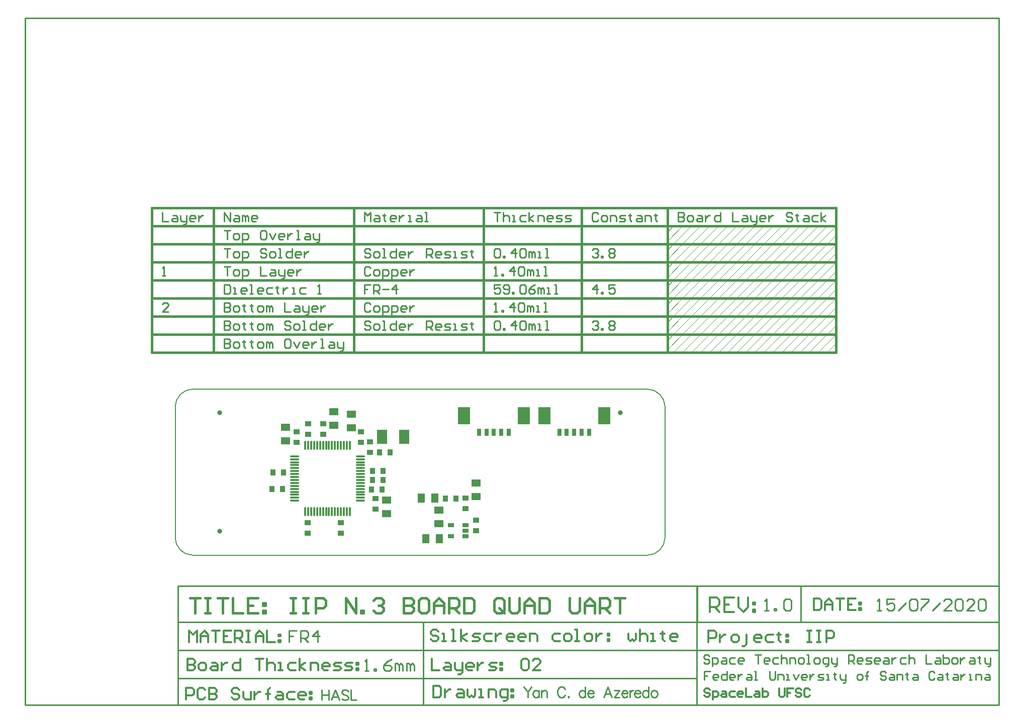
<source format=gbp>
G04*
G04 #@! TF.GenerationSoftware,Altium Limited,Altium Designer,20.2.6 (244)*
G04*
G04 Layer_Color=128*
%FSLAX25Y25*%
%MOIN*%
G70*
G04*
G04 #@! TF.SameCoordinates,3A923CF8-0E80-4BF5-A473-74316D4CB4A5*
G04*
G04*
G04 #@! TF.FilePolarity,Positive*
G04*
G01*
G75*
%ADD10C,0.00787*%
%ADD12C,0.01000*%
%ADD17C,0.01500*%
%ADD18C,0.00100*%
%ADD19C,0.01378*%
%ADD20C,0.01575*%
%ADD21C,0.01299*%
%ADD22C,0.03200*%
%ADD23R,0.03937X0.03543*%
%ADD24R,0.05906X0.05118*%
%ADD25R,0.03543X0.03937*%
%ADD26R,0.05118X0.05906*%
%ADD45R,0.06693X0.09449*%
%ADD46R,0.04331X0.02559*%
%ADD47R,0.08268X0.11811*%
%ADD48R,0.03150X0.05118*%
%ADD49O,0.06496X0.01181*%
%ADD50O,0.01181X0.06496*%
D10*
X11793Y110236D02*
G03*
X0Y98443I0J-11793D01*
G01*
Y11663D02*
G03*
X11663Y0I11663J0D01*
G01*
X313050D02*
G03*
X324803Y11754I0J11754D01*
G01*
Y98418D02*
G03*
X312985Y110236I-11818J0D01*
G01*
X0Y92520D02*
Y98443D01*
X11793Y110236D02*
X12696D01*
X0Y25591D02*
Y92520D01*
Y11663D02*
Y25591D01*
X11663Y0D02*
X313050D01*
X324803Y11754D02*
Y98418D01*
X12696Y110236D02*
X312985D01*
D12*
X-99500Y-99500D02*
X546169D01*
X1681D02*
Y-20319D01*
X164613Y-99205D02*
Y-44277D01*
X1976Y-81777D02*
X345579Y-81777D01*
X345863Y-99106D02*
Y-20515D01*
X1976Y-63027D02*
X545863Y-63027D01*
X2173Y-44277D02*
X545440Y-44277D01*
X1681Y-20319D02*
X545863D01*
X-99500Y356552D02*
X546169D01*
X-99500Y-99500D02*
Y356552D01*
X546169Y-99146D02*
Y356552D01*
X346071Y-43941D02*
Y-20319D01*
X414859Y-43883D02*
Y-20268D01*
X97154Y-89441D02*
Y-96252D01*
X101694Y-89441D02*
Y-96252D01*
X97154Y-92684D02*
X101694D01*
X108765Y-96252D02*
X106170Y-89441D01*
X103575Y-96252D01*
X104548Y-93982D02*
X107792D01*
X114895Y-90414D02*
X114246Y-89765D01*
X113273Y-89441D01*
X111976D01*
X111003Y-89765D01*
X110354Y-90414D01*
Y-91063D01*
X110678Y-91711D01*
X111003Y-92036D01*
X111651Y-92360D01*
X113597Y-93009D01*
X114246Y-93333D01*
X114570Y-93657D01*
X114895Y-94306D01*
Y-95279D01*
X114246Y-95928D01*
X113273Y-96252D01*
X111976D01*
X111003Y-95928D01*
X110354Y-95279D01*
X116419Y-89441D02*
Y-96252D01*
X120311D01*
X231110Y-87472D02*
X233705Y-90716D01*
Y-94283D01*
X236300Y-87472D02*
X233705Y-90716D01*
X241067Y-89743D02*
Y-94283D01*
Y-90716D02*
X240419Y-90067D01*
X239770Y-89743D01*
X238797D01*
X238148Y-90067D01*
X237500Y-90716D01*
X237175Y-91689D01*
Y-92338D01*
X237500Y-93310D01*
X238148Y-93959D01*
X238797Y-94283D01*
X239770D01*
X240419Y-93959D01*
X241067Y-93310D01*
X242884Y-89743D02*
Y-94283D01*
Y-91040D02*
X243857Y-90067D01*
X244505Y-89743D01*
X245478D01*
X246127Y-90067D01*
X246451Y-91040D01*
Y-94283D01*
X258452Y-89094D02*
X258127Y-88445D01*
X257479Y-87797D01*
X256830Y-87472D01*
X255533D01*
X254884Y-87797D01*
X254235Y-88445D01*
X253911Y-89094D01*
X253587Y-90067D01*
Y-91689D01*
X253911Y-92662D01*
X254235Y-93310D01*
X254884Y-93959D01*
X255533Y-94283D01*
X256830D01*
X257479Y-93959D01*
X258127Y-93310D01*
X258452Y-92662D01*
X260690Y-93635D02*
X260365Y-93959D01*
X260690Y-94283D01*
X261014Y-93959D01*
X260690Y-93635D01*
X271749Y-87472D02*
Y-94283D01*
Y-90716D02*
X271101Y-90067D01*
X270452Y-89743D01*
X269479D01*
X268830Y-90067D01*
X268182Y-90716D01*
X267857Y-91689D01*
Y-92338D01*
X268182Y-93310D01*
X268830Y-93959D01*
X269479Y-94283D01*
X270452D01*
X271101Y-93959D01*
X271749Y-93310D01*
X273566Y-91689D02*
X277458D01*
Y-91040D01*
X277133Y-90391D01*
X276809Y-90067D01*
X276160Y-89743D01*
X275187D01*
X274539Y-90067D01*
X273890Y-90716D01*
X273566Y-91689D01*
Y-92338D01*
X273890Y-93310D01*
X274539Y-93959D01*
X275187Y-94283D01*
X276160D01*
X276809Y-93959D01*
X277458Y-93310D01*
X289458Y-94283D02*
X286863Y-87472D01*
X284269Y-94283D01*
X285242Y-92013D02*
X288485D01*
X294615Y-89743D02*
X291047Y-94283D01*
Y-89743D02*
X294615D01*
X291047Y-94283D02*
X294615D01*
X296042Y-91689D02*
X299934D01*
Y-91040D01*
X299610Y-90391D01*
X299286Y-90067D01*
X298637Y-89743D01*
X297664D01*
X297015Y-90067D01*
X296367Y-90716D01*
X296042Y-91689D01*
Y-92338D01*
X296367Y-93310D01*
X297015Y-93959D01*
X297664Y-94283D01*
X298637D01*
X299286Y-93959D01*
X299934Y-93310D01*
X301394Y-89743D02*
Y-94283D01*
Y-91689D02*
X301718Y-90716D01*
X302367Y-90067D01*
X303015Y-89743D01*
X303988D01*
X304605Y-91689D02*
X308497D01*
Y-91040D01*
X308172Y-90391D01*
X307848Y-90067D01*
X307199Y-89743D01*
X306226D01*
X305578Y-90067D01*
X304929Y-90716D01*
X304605Y-91689D01*
Y-92338D01*
X304929Y-93310D01*
X305578Y-93959D01*
X306226Y-94283D01*
X307199D01*
X307848Y-93959D01*
X308497Y-93310D01*
X313848Y-87472D02*
Y-94283D01*
Y-90716D02*
X313199Y-90067D01*
X312551Y-89743D01*
X311578D01*
X310929Y-90067D01*
X310280Y-90716D01*
X309956Y-91689D01*
Y-92338D01*
X310280Y-93310D01*
X310929Y-93959D01*
X311578Y-94283D01*
X312551D01*
X313199Y-93959D01*
X313848Y-93310D01*
X317286Y-89743D02*
X316637Y-90067D01*
X315989Y-90716D01*
X315664Y-91689D01*
Y-92338D01*
X315989Y-93310D01*
X316637Y-93959D01*
X317286Y-94283D01*
X318259D01*
X318908Y-93959D01*
X319556Y-93310D01*
X319881Y-92338D01*
Y-91689D01*
X319556Y-90716D01*
X318908Y-90067D01*
X318259Y-89743D01*
X317286D01*
X125697Y-76764D02*
X128217D01*
X126957D01*
Y-69204D01*
X125697Y-70464D01*
X131997Y-76764D02*
Y-75504D01*
X133257D01*
Y-76764D01*
X131997D01*
X143337Y-69204D02*
X140817Y-70464D01*
X138297Y-72984D01*
Y-75504D01*
X139557Y-76764D01*
X142077D01*
X143337Y-75504D01*
Y-74244D01*
X142077Y-72984D01*
X138297D01*
X145857Y-76764D02*
Y-71724D01*
X147117D01*
X148377Y-72984D01*
Y-76764D01*
Y-72984D01*
X149637Y-71724D01*
X150897Y-72984D01*
Y-76764D01*
X153417D02*
Y-71724D01*
X154677D01*
X155937Y-72984D01*
Y-76764D01*
Y-72984D01*
X157197Y-71724D01*
X158457Y-72984D01*
Y-76764D01*
X80608Y-50103D02*
X75568D01*
Y-53883D01*
X78088D01*
X75568D01*
Y-57663D01*
X83128D02*
Y-50103D01*
X86908D01*
X88168Y-51363D01*
Y-53883D01*
X86908Y-55143D01*
X83128D01*
X85648D02*
X88168Y-57663D01*
X94468D02*
Y-50103D01*
X90688Y-53883D01*
X95728D01*
X390953Y-36705D02*
X393473D01*
X392213D01*
Y-29145D01*
X390953Y-30405D01*
X397253Y-36705D02*
Y-35445D01*
X398513D01*
Y-36705D01*
X397253D01*
X403553Y-30405D02*
X404813Y-29145D01*
X407333D01*
X408593Y-30405D01*
Y-35445D01*
X407333Y-36705D01*
X404813D01*
X403553Y-35445D01*
Y-30405D01*
X465559Y-36705D02*
X468079D01*
X466819D01*
Y-29145D01*
X465559Y-30405D01*
X476899Y-29145D02*
X471859D01*
Y-32925D01*
X474379Y-31665D01*
X475639D01*
X476899Y-32925D01*
Y-35445D01*
X475639Y-36705D01*
X473119D01*
X471859Y-35445D01*
X479419Y-36705D02*
X484459Y-31665D01*
X486979Y-30405D02*
X488239Y-29145D01*
X490759D01*
X492019Y-30405D01*
Y-35445D01*
X490759Y-36705D01*
X488239D01*
X486979Y-35445D01*
Y-30405D01*
X494539Y-29145D02*
X499579D01*
Y-30405D01*
X494539Y-35445D01*
Y-36705D01*
X502099D02*
X507139Y-31665D01*
X514699Y-36705D02*
X509659D01*
X514699Y-31665D01*
Y-30405D01*
X513439Y-29145D01*
X510919D01*
X509659Y-30405D01*
X517219D02*
X518479Y-29145D01*
X520999D01*
X522260Y-30405D01*
Y-35445D01*
X520999Y-36705D01*
X518479D01*
X517219Y-35445D01*
Y-30405D01*
X529820Y-36705D02*
X524780D01*
X529820Y-31665D01*
Y-30405D01*
X528560Y-29145D01*
X526040D01*
X524780Y-30405D01*
X532340D02*
X533600Y-29145D01*
X536120D01*
X537380Y-30405D01*
Y-35445D01*
X536120Y-36705D01*
X533600D01*
X532340Y-35445D01*
Y-30405D01*
X354206Y-67185D02*
X353255Y-66234D01*
X351353D01*
X350402Y-67185D01*
Y-68136D01*
X351353Y-69087D01*
X353255D01*
X354206Y-70039D01*
Y-70990D01*
X353255Y-71941D01*
X351353D01*
X350402Y-70990D01*
X356108Y-73843D02*
Y-68136D01*
X358962D01*
X359913Y-69087D01*
Y-70990D01*
X358962Y-71941D01*
X356108D01*
X362766Y-68136D02*
X364669D01*
X365620Y-69087D01*
Y-71941D01*
X362766D01*
X361815Y-70990D01*
X362766Y-70039D01*
X365620D01*
X371326Y-68136D02*
X368473D01*
X367522Y-69087D01*
Y-70990D01*
X368473Y-71941D01*
X371326D01*
X376082D02*
X374180D01*
X373229Y-70990D01*
Y-69087D01*
X374180Y-68136D01*
X376082D01*
X377033Y-69087D01*
Y-70039D01*
X373229D01*
X384642Y-66234D02*
X388447D01*
X386545D01*
Y-71941D01*
X393203D02*
X391300D01*
X390349Y-70990D01*
Y-69087D01*
X391300Y-68136D01*
X393203D01*
X394154Y-69087D01*
Y-70039D01*
X390349D01*
X399861Y-68136D02*
X397007D01*
X396056Y-69087D01*
Y-70990D01*
X397007Y-71941D01*
X399861D01*
X401763Y-66234D02*
Y-71941D01*
Y-69087D01*
X402714Y-68136D01*
X404616D01*
X405567Y-69087D01*
Y-71941D01*
X407470D02*
Y-68136D01*
X410323D01*
X411274Y-69087D01*
Y-71941D01*
X414128D02*
X416030D01*
X416981Y-70990D01*
Y-69087D01*
X416030Y-68136D01*
X414128D01*
X413176Y-69087D01*
Y-70990D01*
X414128Y-71941D01*
X418883D02*
X420786D01*
X419834D01*
Y-66234D01*
X418883D01*
X424590Y-71941D02*
X426492D01*
X427444Y-70990D01*
Y-69087D01*
X426492Y-68136D01*
X424590D01*
X423639Y-69087D01*
Y-70990D01*
X424590Y-71941D01*
X431248Y-73843D02*
X432199D01*
X433150Y-72892D01*
Y-68136D01*
X430297D01*
X429346Y-69087D01*
Y-70990D01*
X430297Y-71941D01*
X433150D01*
X435053Y-68136D02*
Y-70990D01*
X436004Y-71941D01*
X438857D01*
Y-72892D01*
X437906Y-73843D01*
X436955D01*
X438857Y-71941D02*
Y-68136D01*
X446466Y-71941D02*
Y-66234D01*
X449320D01*
X450271Y-67185D01*
Y-69087D01*
X449320Y-70039D01*
X446466D01*
X448369D02*
X450271Y-71941D01*
X455026D02*
X453124D01*
X452173Y-70990D01*
Y-69087D01*
X453124Y-68136D01*
X455026D01*
X455978Y-69087D01*
Y-70039D01*
X452173D01*
X457880Y-71941D02*
X460733D01*
X461684Y-70990D01*
X460733Y-70039D01*
X458831D01*
X457880Y-69087D01*
X458831Y-68136D01*
X461684D01*
X466440Y-71941D02*
X464538D01*
X463587Y-70990D01*
Y-69087D01*
X464538Y-68136D01*
X466440D01*
X467391Y-69087D01*
Y-70039D01*
X463587D01*
X470245Y-68136D02*
X472147D01*
X473098Y-69087D01*
Y-71941D01*
X470245D01*
X469293Y-70990D01*
X470245Y-70039D01*
X473098D01*
X475000Y-68136D02*
Y-71941D01*
Y-70039D01*
X475951Y-69087D01*
X476902Y-68136D01*
X477854D01*
X484512D02*
X481658D01*
X480707Y-69087D01*
Y-70990D01*
X481658Y-71941D01*
X484512D01*
X486414Y-66234D02*
Y-71941D01*
Y-69087D01*
X487365Y-68136D01*
X489267D01*
X490218Y-69087D01*
Y-71941D01*
X497827Y-66234D02*
Y-71941D01*
X501632D01*
X504486Y-68136D02*
X506388D01*
X507339Y-69087D01*
Y-71941D01*
X504486D01*
X503534Y-70990D01*
X504486Y-70039D01*
X507339D01*
X509241Y-66234D02*
Y-71941D01*
X512094D01*
X513046Y-70990D01*
Y-70039D01*
Y-69087D01*
X512094Y-68136D01*
X509241D01*
X515899Y-71941D02*
X517801D01*
X518752Y-70990D01*
Y-69087D01*
X517801Y-68136D01*
X515899D01*
X514948Y-69087D01*
Y-70990D01*
X515899Y-71941D01*
X520655Y-68136D02*
Y-71941D01*
Y-70039D01*
X521606Y-69087D01*
X522557Y-68136D01*
X523508D01*
X527313D02*
X529215D01*
X530166Y-69087D01*
Y-71941D01*
X527313D01*
X526362Y-70990D01*
X527313Y-70039D01*
X530166D01*
X533019Y-67185D02*
Y-68136D01*
X532068D01*
X533971D01*
X533019D01*
Y-70990D01*
X533971Y-71941D01*
X536824Y-68136D02*
Y-70990D01*
X537775Y-71941D01*
X540629D01*
Y-72892D01*
X539677Y-73843D01*
X538726D01*
X540629Y-71941D02*
Y-68136D01*
X354665Y-77258D02*
X350992D01*
Y-80013D01*
X352829D01*
X350992D01*
Y-82768D01*
X359257D02*
X357420D01*
X356502Y-81849D01*
Y-80013D01*
X357420Y-79094D01*
X359257D01*
X360175Y-80013D01*
Y-80931D01*
X356502D01*
X365686Y-77258D02*
Y-82768D01*
X362930D01*
X362012Y-81849D01*
Y-80013D01*
X362930Y-79094D01*
X365686D01*
X370277Y-82768D02*
X368441D01*
X367522Y-81849D01*
Y-80013D01*
X368441Y-79094D01*
X370277D01*
X371196Y-80013D01*
Y-80931D01*
X367522D01*
X373032Y-79094D02*
Y-82768D01*
Y-80931D01*
X373951Y-80013D01*
X374869Y-79094D01*
X375787D01*
X379461D02*
X381297D01*
X382216Y-80013D01*
Y-82768D01*
X379461D01*
X378542Y-81849D01*
X379461Y-80931D01*
X382216D01*
X384052Y-82768D02*
X385889D01*
X384971D01*
Y-77258D01*
X384052D01*
X394154D02*
Y-81849D01*
X395072Y-82768D01*
X396909D01*
X397827Y-81849D01*
Y-77258D01*
X399664Y-82768D02*
Y-79094D01*
X402419D01*
X403337Y-80013D01*
Y-82768D01*
X405174D02*
X407011D01*
X406092D01*
Y-79094D01*
X405174D01*
X409766D02*
X411602Y-82768D01*
X413439Y-79094D01*
X418031Y-82768D02*
X416194D01*
X415276Y-81849D01*
Y-80013D01*
X416194Y-79094D01*
X418031D01*
X418949Y-80013D01*
Y-80931D01*
X415276D01*
X420786Y-79094D02*
Y-82768D01*
Y-80931D01*
X421704Y-80013D01*
X422622Y-79094D01*
X423541D01*
X426296Y-82768D02*
X429051D01*
X429969Y-81849D01*
X429051Y-80931D01*
X427214D01*
X426296Y-80013D01*
X427214Y-79094D01*
X429969D01*
X431806Y-82768D02*
X433643D01*
X432724D01*
Y-79094D01*
X431806D01*
X437316Y-78176D02*
Y-79094D01*
X436398D01*
X438234D01*
X437316D01*
Y-81849D01*
X438234Y-82768D01*
X440989Y-79094D02*
Y-81849D01*
X441908Y-82768D01*
X444663D01*
Y-83686D01*
X443744Y-84604D01*
X442826D01*
X444663Y-82768D02*
Y-79094D01*
X452928Y-82768D02*
X454764D01*
X455683Y-81849D01*
Y-80013D01*
X454764Y-79094D01*
X452928D01*
X452009Y-80013D01*
Y-81849D01*
X452928Y-82768D01*
X458438D02*
Y-78176D01*
Y-80013D01*
X457519D01*
X459356D01*
X458438D01*
Y-78176D01*
X459356Y-77258D01*
X471294Y-78176D02*
X470376Y-77258D01*
X468539D01*
X467621Y-78176D01*
Y-79094D01*
X468539Y-80013D01*
X470376D01*
X471294Y-80931D01*
Y-81849D01*
X470376Y-82768D01*
X468539D01*
X467621Y-81849D01*
X474050Y-79094D02*
X475886D01*
X476804Y-80013D01*
Y-82768D01*
X474050D01*
X473131Y-81849D01*
X474050Y-80931D01*
X476804D01*
X478641Y-82768D02*
Y-79094D01*
X481396D01*
X482314Y-80013D01*
Y-82768D01*
X485070Y-78176D02*
Y-79094D01*
X484151D01*
X485988D01*
X485070D01*
Y-81849D01*
X485988Y-82768D01*
X489661Y-79094D02*
X491498D01*
X492416Y-80013D01*
Y-82768D01*
X489661D01*
X488743Y-81849D01*
X489661Y-80931D01*
X492416D01*
X503436Y-78176D02*
X502518Y-77258D01*
X500681D01*
X499763Y-78176D01*
Y-81849D01*
X500681Y-82768D01*
X502518D01*
X503436Y-81849D01*
X506191Y-79094D02*
X508028D01*
X508946Y-80013D01*
Y-82768D01*
X506191D01*
X505273Y-81849D01*
X506191Y-80931D01*
X508946D01*
X511701Y-78176D02*
Y-79094D01*
X510783D01*
X512620D01*
X511701D01*
Y-81849D01*
X512620Y-82768D01*
X516293Y-79094D02*
X518130D01*
X519048Y-80013D01*
Y-82768D01*
X516293D01*
X515375Y-81849D01*
X516293Y-80931D01*
X519048D01*
X520885Y-79094D02*
Y-82768D01*
Y-80931D01*
X521803Y-80013D01*
X522721Y-79094D01*
X523640D01*
X526395Y-82768D02*
X528231D01*
X527313D01*
Y-79094D01*
X526395D01*
X530986Y-82768D02*
Y-79094D01*
X533741D01*
X534660Y-80013D01*
Y-82768D01*
X537415Y-79094D02*
X539252D01*
X540170Y-80013D01*
Y-82768D01*
X537415D01*
X536496Y-81849D01*
X537415Y-80931D01*
X540170D01*
X-8560Y227667D02*
Y221669D01*
X-4561D01*
X-1562Y225668D02*
X437D01*
X1437Y224668D01*
Y221669D01*
X-1562D01*
X-2562Y222669D01*
X-1562Y223669D01*
X1437D01*
X3436Y225668D02*
Y222669D01*
X4436Y221669D01*
X7435D01*
Y220670D01*
X6435Y219670D01*
X5435D01*
X7435Y221669D02*
Y225668D01*
X12433Y221669D02*
X10434D01*
X9434Y222669D01*
Y224668D01*
X10434Y225668D01*
X12433D01*
X13433Y224668D01*
Y223669D01*
X9434D01*
X15432Y225668D02*
Y221669D01*
Y223669D01*
X16432Y224668D01*
X17431Y225668D01*
X18431D01*
X-4561Y161669D02*
X-8560D01*
X-4561Y165668D01*
Y166668D01*
X-5561Y167667D01*
X-7560D01*
X-8560Y166668D01*
Y185669D02*
X-6561D01*
X-7560D01*
Y191667D01*
X-8560Y190668D01*
X32431Y221669D02*
Y227667D01*
X36430Y221669D01*
Y227667D01*
X39429Y225668D02*
X41428D01*
X42428Y224668D01*
Y221669D01*
X39429D01*
X38429Y222669D01*
X39429Y223669D01*
X42428D01*
X44427Y221669D02*
Y225668D01*
X45427D01*
X46426Y224668D01*
Y221669D01*
Y224668D01*
X47426Y225668D01*
X48426Y224668D01*
Y221669D01*
X53424D02*
X51425D01*
X50425Y222669D01*
Y224668D01*
X51425Y225668D01*
X53424D01*
X54424Y224668D01*
Y223669D01*
X50425D01*
X32431Y143667D02*
Y137669D01*
X35430D01*
X36430Y138669D01*
Y139669D01*
X35430Y140668D01*
X32431D01*
X35430D01*
X36430Y141668D01*
Y142668D01*
X35430Y143667D01*
X32431D01*
X39429Y137669D02*
X41428D01*
X42428Y138669D01*
Y140668D01*
X41428Y141668D01*
X39429D01*
X38429Y140668D01*
Y138669D01*
X39429Y137669D01*
X45427Y142668D02*
Y141668D01*
X44427D01*
X46426D01*
X45427D01*
Y138669D01*
X46426Y137669D01*
X50425Y142668D02*
Y141668D01*
X49426D01*
X51425D01*
X50425D01*
Y138669D01*
X51425Y137669D01*
X55424D02*
X57423D01*
X58423Y138669D01*
Y140668D01*
X57423Y141668D01*
X55424D01*
X54424Y140668D01*
Y138669D01*
X55424Y137669D01*
X60422D02*
Y141668D01*
X61422D01*
X62421Y140668D01*
Y137669D01*
Y140668D01*
X63421Y141668D01*
X64421Y140668D01*
Y137669D01*
X75417Y143667D02*
X73418D01*
X72418Y142668D01*
Y138669D01*
X73418Y137669D01*
X75417D01*
X76417Y138669D01*
Y142668D01*
X75417Y143667D01*
X78416Y141668D02*
X80415Y137669D01*
X82415Y141668D01*
X87413Y137669D02*
X85414D01*
X84414Y138669D01*
Y140668D01*
X85414Y141668D01*
X87413D01*
X88413Y140668D01*
Y139669D01*
X84414D01*
X90412Y141668D02*
Y137669D01*
Y139669D01*
X91412Y140668D01*
X92412Y141668D01*
X93411D01*
X96410Y137669D02*
X98410D01*
X97410D01*
Y143667D01*
X96410D01*
X102408Y141668D02*
X104408D01*
X105407Y140668D01*
Y137669D01*
X102408D01*
X101409Y138669D01*
X102408Y139669D01*
X105407D01*
X107407Y141668D02*
Y138669D01*
X108406Y137669D01*
X111406D01*
Y136670D01*
X110406Y135670D01*
X109406D01*
X111406Y137669D02*
Y141668D01*
X32431Y155667D02*
Y149669D01*
X35430D01*
X36430Y150669D01*
Y151669D01*
X35430Y152668D01*
X32431D01*
X35430D01*
X36430Y153668D01*
Y154668D01*
X35430Y155667D01*
X32431D01*
X39429Y149669D02*
X41428D01*
X42428Y150669D01*
Y152668D01*
X41428Y153668D01*
X39429D01*
X38429Y152668D01*
Y150669D01*
X39429Y149669D01*
X45427Y154668D02*
Y153668D01*
X44427D01*
X46426D01*
X45427D01*
Y150669D01*
X46426Y149669D01*
X50425Y154668D02*
Y153668D01*
X49426D01*
X51425D01*
X50425D01*
Y150669D01*
X51425Y149669D01*
X55424D02*
X57423D01*
X58423Y150669D01*
Y152668D01*
X57423Y153668D01*
X55424D01*
X54424Y152668D01*
Y150669D01*
X55424Y149669D01*
X60422D02*
Y153668D01*
X61422D01*
X62421Y152668D01*
Y149669D01*
Y152668D01*
X63421Y153668D01*
X64421Y152668D01*
Y149669D01*
X76417Y154668D02*
X75417Y155667D01*
X73418D01*
X72418Y154668D01*
Y153668D01*
X73418Y152668D01*
X75417D01*
X76417Y151669D01*
Y150669D01*
X75417Y149669D01*
X73418D01*
X72418Y150669D01*
X79416Y149669D02*
X81415D01*
X82415Y150669D01*
Y152668D01*
X81415Y153668D01*
X79416D01*
X78416Y152668D01*
Y150669D01*
X79416Y149669D01*
X84414D02*
X86414D01*
X85414D01*
Y155667D01*
X84414D01*
X93411D02*
Y149669D01*
X90412D01*
X89413Y150669D01*
Y152668D01*
X90412Y153668D01*
X93411D01*
X98410Y149669D02*
X96410D01*
X95411Y150669D01*
Y152668D01*
X96410Y153668D01*
X98410D01*
X99409Y152668D01*
Y151669D01*
X95411D01*
X101409Y153668D02*
Y149669D01*
Y151669D01*
X102408Y152668D01*
X103408Y153668D01*
X104408D01*
X32431Y167667D02*
Y161669D01*
X35430D01*
X36430Y162669D01*
Y163669D01*
X35430Y164668D01*
X32431D01*
X35430D01*
X36430Y165668D01*
Y166668D01*
X35430Y167667D01*
X32431D01*
X39429Y161669D02*
X41428D01*
X42428Y162669D01*
Y164668D01*
X41428Y165668D01*
X39429D01*
X38429Y164668D01*
Y162669D01*
X39429Y161669D01*
X45427Y166668D02*
Y165668D01*
X44427D01*
X46426D01*
X45427D01*
Y162669D01*
X46426Y161669D01*
X50425Y166668D02*
Y165668D01*
X49426D01*
X51425D01*
X50425D01*
Y162669D01*
X51425Y161669D01*
X55424D02*
X57423D01*
X58423Y162669D01*
Y164668D01*
X57423Y165668D01*
X55424D01*
X54424Y164668D01*
Y162669D01*
X55424Y161669D01*
X60422D02*
Y165668D01*
X61422D01*
X62421Y164668D01*
Y161669D01*
Y164668D01*
X63421Y165668D01*
X64421Y164668D01*
Y161669D01*
X72418Y167667D02*
Y161669D01*
X76417D01*
X79416Y165668D02*
X81415D01*
X82415Y164668D01*
Y161669D01*
X79416D01*
X78416Y162669D01*
X79416Y163669D01*
X82415D01*
X84414Y165668D02*
Y162669D01*
X85414Y161669D01*
X88413D01*
Y160670D01*
X87413Y159670D01*
X86414D01*
X88413Y161669D02*
Y165668D01*
X93411Y161669D02*
X91412D01*
X90412Y162669D01*
Y164668D01*
X91412Y165668D01*
X93411D01*
X94411Y164668D01*
Y163669D01*
X90412D01*
X96410Y165668D02*
Y161669D01*
Y163669D01*
X97410Y164668D01*
X98410Y165668D01*
X99409D01*
X32431Y179667D02*
Y173669D01*
X35430D01*
X36430Y174669D01*
Y178668D01*
X35430Y179667D01*
X32431D01*
X38429Y173669D02*
X40429D01*
X39429D01*
Y177668D01*
X38429D01*
X46426Y173669D02*
X44427D01*
X43428Y174669D01*
Y176668D01*
X44427Y177668D01*
X46426D01*
X47426Y176668D01*
Y175669D01*
X43428D01*
X49426Y173669D02*
X51425D01*
X50425D01*
Y179667D01*
X49426D01*
X57423Y173669D02*
X55424D01*
X54424Y174669D01*
Y176668D01*
X55424Y177668D01*
X57423D01*
X58423Y176668D01*
Y175669D01*
X54424D01*
X64421Y177668D02*
X61422D01*
X60422Y176668D01*
Y174669D01*
X61422Y173669D01*
X64421D01*
X67420Y178668D02*
Y177668D01*
X66420D01*
X68419D01*
X67420D01*
Y174669D01*
X68419Y173669D01*
X71418Y177668D02*
Y173669D01*
Y175669D01*
X72418Y176668D01*
X73418Y177668D01*
X74418D01*
X77416Y173669D02*
X79416D01*
X78416D01*
Y177668D01*
X77416D01*
X86414D02*
X83415D01*
X82415Y176668D01*
Y174669D01*
X83415Y173669D01*
X86414D01*
X94411D02*
X96410D01*
X95411D01*
Y179667D01*
X94411Y178668D01*
X32431Y191667D02*
X36430D01*
X34430D01*
Y185669D01*
X39429D02*
X41428D01*
X42428Y186669D01*
Y188668D01*
X41428Y189668D01*
X39429D01*
X38429Y188668D01*
Y186669D01*
X39429Y185669D01*
X44427Y183670D02*
Y189668D01*
X47426D01*
X48426Y188668D01*
Y186669D01*
X47426Y185669D01*
X44427D01*
X56423Y191667D02*
Y185669D01*
X60422D01*
X63421Y189668D02*
X65420D01*
X66420Y188668D01*
Y185669D01*
X63421D01*
X62421Y186669D01*
X63421Y187669D01*
X66420D01*
X68419Y189668D02*
Y186669D01*
X69419Y185669D01*
X72418D01*
Y184670D01*
X71418Y183670D01*
X70419D01*
X72418Y185669D02*
Y189668D01*
X77416Y185669D02*
X75417D01*
X74418Y186669D01*
Y188668D01*
X75417Y189668D01*
X77416D01*
X78416Y188668D01*
Y187669D01*
X74418D01*
X80415Y189668D02*
Y185669D01*
Y187669D01*
X81415Y188668D01*
X82415Y189668D01*
X83415D01*
X32431Y203667D02*
X36430D01*
X34430D01*
Y197669D01*
X39429D02*
X41428D01*
X42428Y198669D01*
Y200668D01*
X41428Y201668D01*
X39429D01*
X38429Y200668D01*
Y198669D01*
X39429Y197669D01*
X44427Y195670D02*
Y201668D01*
X47426D01*
X48426Y200668D01*
Y198669D01*
X47426Y197669D01*
X44427D01*
X60422Y202668D02*
X59422Y203667D01*
X57423D01*
X56423Y202668D01*
Y201668D01*
X57423Y200668D01*
X59422D01*
X60422Y199669D01*
Y198669D01*
X59422Y197669D01*
X57423D01*
X56423Y198669D01*
X63421Y197669D02*
X65420D01*
X66420Y198669D01*
Y200668D01*
X65420Y201668D01*
X63421D01*
X62421Y200668D01*
Y198669D01*
X63421Y197669D01*
X68419D02*
X70419D01*
X69419D01*
Y203667D01*
X68419D01*
X77416D02*
Y197669D01*
X74418D01*
X73418Y198669D01*
Y200668D01*
X74418Y201668D01*
X77416D01*
X82415Y197669D02*
X80415D01*
X79416Y198669D01*
Y200668D01*
X80415Y201668D01*
X82415D01*
X83415Y200668D01*
Y199669D01*
X79416D01*
X85414Y201668D02*
Y197669D01*
Y199669D01*
X86414Y200668D01*
X87413Y201668D01*
X88413D01*
X32431Y215667D02*
X36430D01*
X34430D01*
Y209669D01*
X39429D02*
X41428D01*
X42428Y210669D01*
Y212668D01*
X41428Y213668D01*
X39429D01*
X38429Y212668D01*
Y210669D01*
X39429Y209669D01*
X44427Y207670D02*
Y213668D01*
X47426D01*
X48426Y212668D01*
Y210669D01*
X47426Y209669D01*
X44427D01*
X59422Y215667D02*
X57423D01*
X56423Y214668D01*
Y210669D01*
X57423Y209669D01*
X59422D01*
X60422Y210669D01*
Y214668D01*
X59422Y215667D01*
X62421Y213668D02*
X64421Y209669D01*
X66420Y213668D01*
X71418Y209669D02*
X69419D01*
X68419Y210669D01*
Y212668D01*
X69419Y213668D01*
X71418D01*
X72418Y212668D01*
Y211669D01*
X68419D01*
X74418Y213668D02*
Y209669D01*
Y211669D01*
X75417Y212668D01*
X76417Y213668D01*
X77416D01*
X80415Y209669D02*
X82415D01*
X81415D01*
Y215667D01*
X80415D01*
X86414Y213668D02*
X88413D01*
X89413Y212668D01*
Y209669D01*
X86414D01*
X85414Y210669D01*
X86414Y211669D01*
X89413D01*
X91412Y213668D02*
Y210669D01*
X92412Y209669D01*
X95411D01*
Y208670D01*
X94411Y207670D01*
X93411D01*
X95411Y209669D02*
Y213668D01*
X125406Y221669D02*
Y227667D01*
X127405Y225668D01*
X129404Y227667D01*
Y221669D01*
X132403Y225668D02*
X134403D01*
X135402Y224668D01*
Y221669D01*
X132403D01*
X131404Y222669D01*
X132403Y223669D01*
X135402D01*
X138401Y226668D02*
Y225668D01*
X137402D01*
X139401D01*
X138401D01*
Y222669D01*
X139401Y221669D01*
X145399D02*
X143400D01*
X142400Y222669D01*
Y224668D01*
X143400Y225668D01*
X145399D01*
X146399Y224668D01*
Y223669D01*
X142400D01*
X148398Y225668D02*
Y221669D01*
Y223669D01*
X149398Y224668D01*
X150397Y225668D01*
X151397D01*
X154396Y221669D02*
X156395D01*
X155396D01*
Y225668D01*
X154396D01*
X160394D02*
X162393D01*
X163393Y224668D01*
Y221669D01*
X160394D01*
X159395Y222669D01*
X160394Y223669D01*
X163393D01*
X165393Y221669D02*
X167392D01*
X166392D01*
Y227667D01*
X165393D01*
X129404Y154668D02*
X128404Y155667D01*
X126405D01*
X125406Y154668D01*
Y153668D01*
X126405Y152668D01*
X128404D01*
X129404Y151669D01*
Y150669D01*
X128404Y149669D01*
X126405D01*
X125406Y150669D01*
X132403Y149669D02*
X134403D01*
X135402Y150669D01*
Y152668D01*
X134403Y153668D01*
X132403D01*
X131404Y152668D01*
Y150669D01*
X132403Y149669D01*
X137402D02*
X139401D01*
X138401D01*
Y155667D01*
X137402D01*
X146399D02*
Y149669D01*
X143400D01*
X142400Y150669D01*
Y152668D01*
X143400Y153668D01*
X146399D01*
X151397Y149669D02*
X149398D01*
X148398Y150669D01*
Y152668D01*
X149398Y153668D01*
X151397D01*
X152397Y152668D01*
Y151669D01*
X148398D01*
X154396Y153668D02*
Y149669D01*
Y151669D01*
X155396Y152668D01*
X156395Y153668D01*
X157395D01*
X166392Y149669D02*
Y155667D01*
X169391D01*
X170391Y154668D01*
Y152668D01*
X169391Y151669D01*
X166392D01*
X168392D02*
X170391Y149669D01*
X175389D02*
X173390D01*
X172390Y150669D01*
Y152668D01*
X173390Y153668D01*
X175389D01*
X176389Y152668D01*
Y151669D01*
X172390D01*
X178388Y149669D02*
X181387D01*
X182387Y150669D01*
X181387Y151669D01*
X179388D01*
X178388Y152668D01*
X179388Y153668D01*
X182387D01*
X184386Y149669D02*
X186386D01*
X185386D01*
Y153668D01*
X184386D01*
X189385Y149669D02*
X192384D01*
X193384Y150669D01*
X192384Y151669D01*
X190384D01*
X189385Y152668D01*
X190384Y153668D01*
X193384D01*
X196382Y154668D02*
Y153668D01*
X195383D01*
X197382D01*
X196382D01*
Y150669D01*
X197382Y149669D01*
X129404Y166668D02*
X128404Y167667D01*
X126405D01*
X125406Y166668D01*
Y162669D01*
X126405Y161669D01*
X128404D01*
X129404Y162669D01*
X132403Y161669D02*
X134403D01*
X135402Y162669D01*
Y164668D01*
X134403Y165668D01*
X132403D01*
X131404Y164668D01*
Y162669D01*
X132403Y161669D01*
X137402Y159670D02*
Y165668D01*
X140401D01*
X141400Y164668D01*
Y162669D01*
X140401Y161669D01*
X137402D01*
X143400Y159670D02*
Y165668D01*
X146399D01*
X147398Y164668D01*
Y162669D01*
X146399Y161669D01*
X143400D01*
X152397D02*
X150397D01*
X149398Y162669D01*
Y164668D01*
X150397Y165668D01*
X152397D01*
X153396Y164668D01*
Y163669D01*
X149398D01*
X155396Y165668D02*
Y161669D01*
Y163669D01*
X156395Y164668D01*
X157395Y165668D01*
X158395D01*
X129404Y179667D02*
X125406D01*
Y176668D01*
X127405D01*
X125406D01*
Y173669D01*
X131404D02*
Y179667D01*
X134403D01*
X135402Y178668D01*
Y176668D01*
X134403Y175669D01*
X131404D01*
X133403D02*
X135402Y173669D01*
X137402Y176668D02*
X141400D01*
X146399Y173669D02*
Y179667D01*
X143400Y176668D01*
X147398D01*
X129404Y190668D02*
X128404Y191667D01*
X126405D01*
X125406Y190668D01*
Y186669D01*
X126405Y185669D01*
X128404D01*
X129404Y186669D01*
X132403Y185669D02*
X134403D01*
X135402Y186669D01*
Y188668D01*
X134403Y189668D01*
X132403D01*
X131404Y188668D01*
Y186669D01*
X132403Y185669D01*
X137402Y183670D02*
Y189668D01*
X140401D01*
X141400Y188668D01*
Y186669D01*
X140401Y185669D01*
X137402D01*
X143400Y183670D02*
Y189668D01*
X146399D01*
X147398Y188668D01*
Y186669D01*
X146399Y185669D01*
X143400D01*
X152397D02*
X150397D01*
X149398Y186669D01*
Y188668D01*
X150397Y189668D01*
X152397D01*
X153396Y188668D01*
Y187669D01*
X149398D01*
X155396Y189668D02*
Y185669D01*
Y187669D01*
X156395Y188668D01*
X157395Y189668D01*
X158395D01*
X129404Y202668D02*
X128404Y203667D01*
X126405D01*
X125406Y202668D01*
Y201668D01*
X126405Y200668D01*
X128404D01*
X129404Y199669D01*
Y198669D01*
X128404Y197669D01*
X126405D01*
X125406Y198669D01*
X132403Y197669D02*
X134403D01*
X135402Y198669D01*
Y200668D01*
X134403Y201668D01*
X132403D01*
X131404Y200668D01*
Y198669D01*
X132403Y197669D01*
X137402D02*
X139401D01*
X138401D01*
Y203667D01*
X137402D01*
X146399D02*
Y197669D01*
X143400D01*
X142400Y198669D01*
Y200668D01*
X143400Y201668D01*
X146399D01*
X151397Y197669D02*
X149398D01*
X148398Y198669D01*
Y200668D01*
X149398Y201668D01*
X151397D01*
X152397Y200668D01*
Y199669D01*
X148398D01*
X154396Y201668D02*
Y197669D01*
Y199669D01*
X155396Y200668D01*
X156395Y201668D01*
X157395D01*
X166392Y197669D02*
Y203667D01*
X169391D01*
X170391Y202668D01*
Y200668D01*
X169391Y199669D01*
X166392D01*
X168392D02*
X170391Y197669D01*
X175389D02*
X173390D01*
X172390Y198669D01*
Y200668D01*
X173390Y201668D01*
X175389D01*
X176389Y200668D01*
Y199669D01*
X172390D01*
X178388Y197669D02*
X181387D01*
X182387Y198669D01*
X181387Y199669D01*
X179388D01*
X178388Y200668D01*
X179388Y201668D01*
X182387D01*
X184386Y197669D02*
X186386D01*
X185386D01*
Y201668D01*
X184386D01*
X189385Y197669D02*
X192384D01*
X193384Y198669D01*
X192384Y199669D01*
X190384D01*
X189385Y200668D01*
X190384Y201668D01*
X193384D01*
X196382Y202668D02*
Y201668D01*
X195383D01*
X197382D01*
X196382D01*
Y198669D01*
X197382Y197669D01*
X211382Y227667D02*
X215381D01*
X213382D01*
Y221669D01*
X217380Y227667D02*
Y221669D01*
Y224668D01*
X218380Y225668D01*
X220379D01*
X221379Y224668D01*
Y221669D01*
X223378D02*
X225378D01*
X224378D01*
Y225668D01*
X223378D01*
X232375D02*
X229376D01*
X228377Y224668D01*
Y222669D01*
X229376Y221669D01*
X232375D01*
X234375D02*
Y227667D01*
Y223669D02*
X237374Y225668D01*
X234375Y223669D02*
X237374Y221669D01*
X240373D02*
Y225668D01*
X243372D01*
X244372Y224668D01*
Y221669D01*
X249370D02*
X247371D01*
X246371Y222669D01*
Y224668D01*
X247371Y225668D01*
X249370D01*
X250370Y224668D01*
Y223669D01*
X246371D01*
X252369Y221669D02*
X255368D01*
X256368Y222669D01*
X255368Y223669D01*
X253369D01*
X252369Y224668D01*
X253369Y225668D01*
X256368D01*
X258367Y221669D02*
X261366D01*
X262366Y222669D01*
X261366Y223669D01*
X259367D01*
X258367Y224668D01*
X259367Y225668D01*
X262366D01*
X211382Y154668D02*
X212382Y155667D01*
X214381D01*
X215381Y154668D01*
Y150669D01*
X214381Y149669D01*
X212382D01*
X211382Y150669D01*
Y154668D01*
X217380Y149669D02*
Y150669D01*
X218380D01*
Y149669D01*
X217380D01*
X225378D02*
Y155667D01*
X222379Y152668D01*
X226377D01*
X228377Y154668D02*
X229376Y155667D01*
X231376D01*
X232375Y154668D01*
Y150669D01*
X231376Y149669D01*
X229376D01*
X228377Y150669D01*
Y154668D01*
X234375Y149669D02*
Y153668D01*
X235374D01*
X236374Y152668D01*
Y149669D01*
Y152668D01*
X237374Y153668D01*
X238373Y152668D01*
Y149669D01*
X240373D02*
X242372D01*
X241372D01*
Y153668D01*
X240373D01*
X245371Y149669D02*
X247371D01*
X246371D01*
Y155667D01*
X245371D01*
X211382Y161669D02*
X213382D01*
X212382D01*
Y167667D01*
X211382Y166668D01*
X216381Y161669D02*
Y162669D01*
X217380D01*
Y161669D01*
X216381D01*
X224378D02*
Y167667D01*
X221379Y164668D01*
X225378D01*
X227377Y166668D02*
X228377Y167667D01*
X230376D01*
X231376Y166668D01*
Y162669D01*
X230376Y161669D01*
X228377D01*
X227377Y162669D01*
Y166668D01*
X233375Y161669D02*
Y165668D01*
X234375D01*
X235374Y164668D01*
Y161669D01*
Y164668D01*
X236374Y165668D01*
X237374Y164668D01*
Y161669D01*
X239373D02*
X241372D01*
X240373D01*
Y165668D01*
X239373D01*
X244372Y161669D02*
X246371D01*
X245371D01*
Y167667D01*
X244372D01*
X215381Y179667D02*
X211382D01*
Y176668D01*
X213382Y177668D01*
X214381D01*
X215381Y176668D01*
Y174669D01*
X214381Y173669D01*
X212382D01*
X211382Y174669D01*
X217380D02*
X218380Y173669D01*
X220379D01*
X221379Y174669D01*
Y178668D01*
X220379Y179667D01*
X218380D01*
X217380Y178668D01*
Y177668D01*
X218380Y176668D01*
X221379D01*
X223378Y173669D02*
Y174669D01*
X224378D01*
Y173669D01*
X223378D01*
X228377Y178668D02*
X229376Y179667D01*
X231376D01*
X232375Y178668D01*
Y174669D01*
X231376Y173669D01*
X229376D01*
X228377Y174669D01*
Y178668D01*
X238373Y179667D02*
X236374Y178668D01*
X234375Y176668D01*
Y174669D01*
X235374Y173669D01*
X237374D01*
X238373Y174669D01*
Y175669D01*
X237374Y176668D01*
X234375D01*
X240373Y173669D02*
Y177668D01*
X241372D01*
X242372Y176668D01*
Y173669D01*
Y176668D01*
X243372Y177668D01*
X244372Y176668D01*
Y173669D01*
X246371D02*
X248370D01*
X247371D01*
Y177668D01*
X246371D01*
X251369Y173669D02*
X253369D01*
X252369D01*
Y179667D01*
X251369D01*
X211382Y185669D02*
X213382D01*
X212382D01*
Y191667D01*
X211382Y190668D01*
X216381Y185669D02*
Y186669D01*
X217380D01*
Y185669D01*
X216381D01*
X224378D02*
Y191667D01*
X221379Y188668D01*
X225378D01*
X227377Y190668D02*
X228377Y191667D01*
X230376D01*
X231376Y190668D01*
Y186669D01*
X230376Y185669D01*
X228377D01*
X227377Y186669D01*
Y190668D01*
X233375Y185669D02*
Y189668D01*
X234375D01*
X235374Y188668D01*
Y185669D01*
Y188668D01*
X236374Y189668D01*
X237374Y188668D01*
Y185669D01*
X239373D02*
X241372D01*
X240373D01*
Y189668D01*
X239373D01*
X244372Y185669D02*
X246371D01*
X245371D01*
Y191667D01*
X244372D01*
X211382Y202668D02*
X212382Y203667D01*
X214381D01*
X215381Y202668D01*
Y198669D01*
X214381Y197669D01*
X212382D01*
X211382Y198669D01*
Y202668D01*
X217380Y197669D02*
Y198669D01*
X218380D01*
Y197669D01*
X217380D01*
X225378D02*
Y203667D01*
X222379Y200668D01*
X226377D01*
X228377Y202668D02*
X229376Y203667D01*
X231376D01*
X232375Y202668D01*
Y198669D01*
X231376Y197669D01*
X229376D01*
X228377Y198669D01*
Y202668D01*
X234375Y197669D02*
Y201668D01*
X235374D01*
X236374Y200668D01*
Y197669D01*
Y200668D01*
X237374Y201668D01*
X238373Y200668D01*
Y197669D01*
X240373D02*
X242372D01*
X241372D01*
Y201668D01*
X240373D01*
X245371Y197669D02*
X247371D01*
X246371D01*
Y203667D01*
X245371D01*
X280364Y226668D02*
X279365Y227667D01*
X277365D01*
X276366Y226668D01*
Y222669D01*
X277365Y221669D01*
X279365D01*
X280364Y222669D01*
X283364Y221669D02*
X285363D01*
X286363Y222669D01*
Y224668D01*
X285363Y225668D01*
X283364D01*
X282364Y224668D01*
Y222669D01*
X283364Y221669D01*
X288362D02*
Y225668D01*
X291361D01*
X292361Y224668D01*
Y221669D01*
X294360D02*
X297359D01*
X298359Y222669D01*
X297359Y223669D01*
X295360D01*
X294360Y224668D01*
X295360Y225668D01*
X298359D01*
X301358Y226668D02*
Y225668D01*
X300358D01*
X302357D01*
X301358D01*
Y222669D01*
X302357Y221669D01*
X306356Y225668D02*
X308355D01*
X309355Y224668D01*
Y221669D01*
X306356D01*
X305356Y222669D01*
X306356Y223669D01*
X309355D01*
X311354Y221669D02*
Y225668D01*
X314353D01*
X315353Y224668D01*
Y221669D01*
X318352Y226668D02*
Y225668D01*
X317353D01*
X319352D01*
X318352D01*
Y222669D01*
X319352Y221669D01*
X276366Y154668D02*
X277365Y155667D01*
X279365D01*
X280364Y154668D01*
Y153668D01*
X279365Y152668D01*
X278365D01*
X279365D01*
X280364Y151669D01*
Y150669D01*
X279365Y149669D01*
X277365D01*
X276366Y150669D01*
X282364Y149669D02*
Y150669D01*
X283364D01*
Y149669D01*
X282364D01*
X287362Y154668D02*
X288362Y155667D01*
X290361D01*
X291361Y154668D01*
Y153668D01*
X290361Y152668D01*
X291361Y151669D01*
Y150669D01*
X290361Y149669D01*
X288362D01*
X287362Y150669D01*
Y151669D01*
X288362Y152668D01*
X287362Y153668D01*
Y154668D01*
X288362Y152668D02*
X290361D01*
X279365Y173669D02*
Y179667D01*
X276366Y176668D01*
X280364D01*
X282364Y173669D02*
Y174669D01*
X283364D01*
Y173669D01*
X282364D01*
X291361Y179667D02*
X287362D01*
Y176668D01*
X289362Y177668D01*
X290361D01*
X291361Y176668D01*
Y174669D01*
X290361Y173669D01*
X288362D01*
X287362Y174669D01*
X276366Y202668D02*
X277365Y203667D01*
X279365D01*
X280364Y202668D01*
Y201668D01*
X279365Y200668D01*
X278365D01*
X279365D01*
X280364Y199669D01*
Y198669D01*
X279365Y197669D01*
X277365D01*
X276366Y198669D01*
X282364Y197669D02*
Y198669D01*
X283364D01*
Y197669D01*
X282364D01*
X287362Y202668D02*
X288362Y203667D01*
X290361D01*
X291361Y202668D01*
Y201668D01*
X290361Y200668D01*
X291361Y199669D01*
Y198669D01*
X290361Y197669D01*
X288362D01*
X287362Y198669D01*
Y199669D01*
X288362Y200668D01*
X287362Y201668D01*
Y202668D01*
X288362Y200668D02*
X290361D01*
X333352Y227667D02*
Y221669D01*
X336351D01*
X337351Y222669D01*
Y223669D01*
X336351Y224668D01*
X333352D01*
X336351D01*
X337351Y225668D01*
Y226668D01*
X336351Y227667D01*
X333352D01*
X340350Y221669D02*
X342349D01*
X343349Y222669D01*
Y224668D01*
X342349Y225668D01*
X340350D01*
X339350Y224668D01*
Y222669D01*
X340350Y221669D01*
X346348Y225668D02*
X348347D01*
X349347Y224668D01*
Y221669D01*
X346348D01*
X345348Y222669D01*
X346348Y223669D01*
X349347D01*
X351346Y225668D02*
Y221669D01*
Y223669D01*
X352346Y224668D01*
X353345Y225668D01*
X354345D01*
X361343Y227667D02*
Y221669D01*
X358344D01*
X357344Y222669D01*
Y224668D01*
X358344Y225668D01*
X361343D01*
X369340Y227667D02*
Y221669D01*
X373339D01*
X376338Y225668D02*
X378337D01*
X379337Y224668D01*
Y221669D01*
X376338D01*
X375338Y222669D01*
X376338Y223669D01*
X379337D01*
X381336Y225668D02*
Y222669D01*
X382336Y221669D01*
X385335D01*
Y220670D01*
X384335Y219670D01*
X383336D01*
X385335Y221669D02*
Y225668D01*
X390333Y221669D02*
X388334D01*
X387334Y222669D01*
Y224668D01*
X388334Y225668D01*
X390333D01*
X391333Y224668D01*
Y223669D01*
X387334D01*
X393332Y225668D02*
Y221669D01*
Y223669D01*
X394332Y224668D01*
X395332Y225668D01*
X396331D01*
X409327Y226668D02*
X408328Y227667D01*
X406328D01*
X405329Y226668D01*
Y225668D01*
X406328Y224668D01*
X408328D01*
X409327Y223669D01*
Y222669D01*
X408328Y221669D01*
X406328D01*
X405329Y222669D01*
X412326Y226668D02*
Y225668D01*
X411327D01*
X413326D01*
X412326D01*
Y222669D01*
X413326Y221669D01*
X417325Y225668D02*
X419324D01*
X420324Y224668D01*
Y221669D01*
X417325D01*
X416325Y222669D01*
X417325Y223669D01*
X420324D01*
X426322Y225668D02*
X423323D01*
X422323Y224668D01*
Y222669D01*
X423323Y221669D01*
X426322D01*
X428321D02*
Y227667D01*
Y223669D02*
X431320Y225668D01*
X428321Y223669D02*
X431320Y221669D01*
D17*
X-15560Y218669D02*
X438320D01*
X-15560Y230669D02*
X438320D01*
X-15560Y134669D02*
Y230669D01*
Y134669D02*
X25431D01*
X-15560Y146669D02*
X25431D01*
X-15560Y158669D02*
X25431D01*
X-15560Y170669D02*
X25431D01*
X-15560Y182669D02*
X25431D01*
X-15560Y194669D02*
X25431D01*
X-15560Y206669D02*
X25431D01*
Y134669D02*
Y230669D01*
Y134669D02*
X118405D01*
X25431Y146669D02*
X118405D01*
X25431Y158669D02*
X118405D01*
X25431Y170669D02*
X118405D01*
X25431Y182669D02*
X118405D01*
X25431Y194669D02*
X118405D01*
X25431Y206669D02*
X118405D01*
Y134669D02*
Y230669D01*
Y134669D02*
X204382D01*
X118405Y146669D02*
X204382D01*
X118405Y158669D02*
X204382D01*
X118405Y170669D02*
X204382D01*
X118405Y182669D02*
X204382D01*
X118405Y194669D02*
X204382D01*
X118405Y206669D02*
X204382D01*
Y134669D02*
Y230669D01*
Y134669D02*
X269366D01*
X204382Y146669D02*
X269366D01*
X204382Y158669D02*
X269366D01*
X204382Y170669D02*
X269366D01*
X204382Y182669D02*
X269366D01*
X204382Y194669D02*
X269366D01*
X204382Y206669D02*
X269366D01*
Y134669D02*
Y230669D01*
Y134669D02*
X326352D01*
X269366Y146669D02*
X326352D01*
X269366Y158669D02*
X326352D01*
X269366Y170669D02*
X326352D01*
X269366Y182669D02*
X326352D01*
X269366Y194669D02*
X326352D01*
X269366Y206669D02*
X326352D01*
Y134669D02*
Y230669D01*
Y134669D02*
X438320D01*
X326352Y146669D02*
X438320D01*
X326352Y158669D02*
X438320D01*
X326352Y170669D02*
X438320D01*
X326352Y182669D02*
X438320D01*
X326352Y194669D02*
X438320D01*
X326352Y206669D02*
X438320D01*
Y134669D02*
Y230669D01*
D18*
X432320Y134669D02*
X438320Y140669D01*
X426320Y134669D02*
X438320Y146669D01*
X420320Y134669D02*
X432320Y146669D01*
X414320Y134669D02*
X426320Y146669D01*
X408320Y134669D02*
X420320Y146669D01*
X402320Y134669D02*
X414320Y146669D01*
X396320Y134669D02*
X408320Y146669D01*
X390320Y134669D02*
X402320Y146669D01*
X384320Y134669D02*
X396320Y146669D01*
X378320Y134669D02*
X390320Y146669D01*
X372320Y134669D02*
X384320Y146669D01*
X366320Y134669D02*
X378320Y146669D01*
X360320Y134669D02*
X372320Y146669D01*
X354320Y134669D02*
X366320Y146669D01*
X348320Y134669D02*
X360320Y146669D01*
X342320Y134669D02*
X354320Y146669D01*
X336320Y134669D02*
X348320Y146669D01*
X330320Y134669D02*
X342320Y146669D01*
X326352Y136701D02*
X336320Y146669D01*
X326352Y142701D02*
X330320Y146669D01*
X432320D02*
X438320Y152669D01*
X426320Y146669D02*
X438320Y158669D01*
X420320Y146669D02*
X432320Y158669D01*
X414320Y146669D02*
X426320Y158669D01*
X408320Y146669D02*
X420320Y158669D01*
X402320Y146669D02*
X414320Y158669D01*
X396320Y146669D02*
X408320Y158669D01*
X390320Y146669D02*
X402320Y158669D01*
X384320Y146669D02*
X396320Y158669D01*
X378320Y146669D02*
X390320Y158669D01*
X372320Y146669D02*
X384320Y158669D01*
X366320Y146669D02*
X378320Y158669D01*
X360320Y146669D02*
X372320Y158669D01*
X354320Y146669D02*
X366320Y158669D01*
X348320Y146669D02*
X360320Y158669D01*
X342320Y146669D02*
X354320Y158669D01*
X336320Y146669D02*
X348320Y158669D01*
X330320Y146669D02*
X342320Y158669D01*
X326352Y148701D02*
X336320Y158669D01*
X326352Y154701D02*
X330320Y158669D01*
X432320D02*
X438320Y164669D01*
X426320Y158669D02*
X438320Y170669D01*
X420320Y158669D02*
X432320Y170669D01*
X414320Y158669D02*
X426320Y170669D01*
X408320Y158669D02*
X420320Y170669D01*
X402320Y158669D02*
X414320Y170669D01*
X396320Y158669D02*
X408320Y170669D01*
X390320Y158669D02*
X402320Y170669D01*
X384320Y158669D02*
X396320Y170669D01*
X378320Y158669D02*
X390320Y170669D01*
X372320Y158669D02*
X384320Y170669D01*
X366320Y158669D02*
X378320Y170669D01*
X360320Y158669D02*
X372320Y170669D01*
X354320Y158669D02*
X366320Y170669D01*
X348320Y158669D02*
X360320Y170669D01*
X342320Y158669D02*
X354320Y170669D01*
X336320Y158669D02*
X348320Y170669D01*
X330320Y158669D02*
X342320Y170669D01*
X326352Y160701D02*
X336320Y170669D01*
X326352Y166701D02*
X330320Y170669D01*
X432320D02*
X438320Y176669D01*
X426320Y170669D02*
X438320Y182669D01*
X420320Y170669D02*
X432320Y182669D01*
X414320Y170669D02*
X426320Y182669D01*
X408320Y170669D02*
X420320Y182669D01*
X402320Y170669D02*
X414320Y182669D01*
X396320Y170669D02*
X408320Y182669D01*
X390320Y170669D02*
X402320Y182669D01*
X384320Y170669D02*
X396320Y182669D01*
X378320Y170669D02*
X390320Y182669D01*
X372320Y170669D02*
X384320Y182669D01*
X366320Y170669D02*
X378320Y182669D01*
X360320Y170669D02*
X372320Y182669D01*
X354320Y170669D02*
X366320Y182669D01*
X348320Y170669D02*
X360320Y182669D01*
X342320Y170669D02*
X354320Y182669D01*
X336320Y170669D02*
X348320Y182669D01*
X330320Y170669D02*
X342320Y182669D01*
X326352Y172701D02*
X336320Y182669D01*
X326352Y178701D02*
X330320Y182669D01*
X432320D02*
X438320Y188669D01*
X426320Y182669D02*
X438320Y194669D01*
X420320Y182669D02*
X432320Y194669D01*
X414320Y182669D02*
X426320Y194669D01*
X408320Y182669D02*
X420320Y194669D01*
X402320Y182669D02*
X414320Y194669D01*
X396320Y182669D02*
X408320Y194669D01*
X390320Y182669D02*
X402320Y194669D01*
X384320Y182669D02*
X396320Y194669D01*
X378320Y182669D02*
X390320Y194669D01*
X372320Y182669D02*
X384320Y194669D01*
X366320Y182669D02*
X378320Y194669D01*
X360320Y182669D02*
X372320Y194669D01*
X354320Y182669D02*
X366320Y194669D01*
X348320Y182669D02*
X360320Y194669D01*
X342320Y182669D02*
X354320Y194669D01*
X336320Y182669D02*
X348320Y194669D01*
X330320Y182669D02*
X342320Y194669D01*
X326352Y184701D02*
X336320Y194669D01*
X326352Y190701D02*
X330320Y194669D01*
X432320D02*
X438320Y200669D01*
X426320Y194669D02*
X438320Y206669D01*
X420320Y194669D02*
X432320Y206669D01*
X414320Y194669D02*
X426320Y206669D01*
X408320Y194669D02*
X420320Y206669D01*
X402320Y194669D02*
X414320Y206669D01*
X396320Y194669D02*
X408320Y206669D01*
X390320Y194669D02*
X402320Y206669D01*
X384320Y194669D02*
X396320Y206669D01*
X378320Y194669D02*
X390320Y206669D01*
X372320Y194669D02*
X384320Y206669D01*
X366320Y194669D02*
X378320Y206669D01*
X360320Y194669D02*
X372320Y206669D01*
X354320Y194669D02*
X366320Y206669D01*
X348320Y194669D02*
X360320Y206669D01*
X342320Y194669D02*
X354320Y206669D01*
X336320Y194669D02*
X348320Y206669D01*
X330320Y194669D02*
X342320Y206669D01*
X326352Y196701D02*
X336320Y206669D01*
X326352Y202701D02*
X330320Y206669D01*
X432320D02*
X438320Y212669D01*
X426320Y206669D02*
X438320Y218669D01*
X420320Y206669D02*
X432320Y218669D01*
X414320Y206669D02*
X426320Y218669D01*
X408320Y206669D02*
X420320Y218669D01*
X402320Y206669D02*
X414320Y218669D01*
X396320Y206669D02*
X408320Y218669D01*
X390320Y206669D02*
X402320Y218669D01*
X384320Y206669D02*
X396320Y218669D01*
X378320Y206669D02*
X390320Y218669D01*
X372320Y206669D02*
X384320Y218669D01*
X366320Y206669D02*
X378320Y218669D01*
X360320Y206669D02*
X372320Y218669D01*
X354320Y206669D02*
X366320Y218669D01*
X348320Y206669D02*
X360320Y218669D01*
X342320Y206669D02*
X354320Y218669D01*
X336320Y206669D02*
X348320Y218669D01*
X330320Y206669D02*
X342320Y218669D01*
X326352Y208701D02*
X336320Y218669D01*
X326352Y214701D02*
X330320Y218669D01*
D19*
X170283Y-68908D02*
Y-76468D01*
X175323D01*
X179104Y-71429D02*
X181624D01*
X182884Y-72689D01*
Y-76468D01*
X179104D01*
X177843Y-75208D01*
X179104Y-73949D01*
X182884D01*
X185404Y-71429D02*
Y-75208D01*
X186664Y-76468D01*
X190444D01*
Y-77728D01*
X189184Y-78988D01*
X187924D01*
X190444Y-76468D02*
Y-71429D01*
X196744Y-76468D02*
X194224D01*
X192964Y-75208D01*
Y-72689D01*
X194224Y-71429D01*
X196744D01*
X198004Y-72689D01*
Y-73949D01*
X192964D01*
X200524Y-71429D02*
Y-76468D01*
Y-73949D01*
X201784Y-72689D01*
X203044Y-71429D01*
X204304D01*
X208084Y-76468D02*
X211864D01*
X213124Y-75208D01*
X211864Y-73949D01*
X209344D01*
X208084Y-72689D01*
X209344Y-71429D01*
X213124D01*
X215644D02*
X216904D01*
Y-72689D01*
X215644D01*
Y-71429D01*
Y-75208D02*
X216904D01*
Y-76468D01*
X215644D01*
Y-75208D01*
X229504Y-70168D02*
X230764Y-68908D01*
X233284D01*
X234544Y-70168D01*
Y-75208D01*
X233284Y-76468D01*
X230764D01*
X229504Y-75208D01*
Y-70168D01*
X242104Y-76468D02*
X237064D01*
X242104Y-71429D01*
Y-70168D01*
X240844Y-68908D01*
X238324D01*
X237064Y-70168D01*
X8038Y-68853D02*
Y-76413D01*
X11818D01*
X13078Y-75153D01*
Y-73893D01*
X11818Y-72633D01*
X8038D01*
X11818D01*
X13078Y-71373D01*
Y-70113D01*
X11818Y-68853D01*
X8038D01*
X16858Y-76413D02*
X19378D01*
X20638Y-75153D01*
Y-72633D01*
X19378Y-71373D01*
X16858D01*
X15598Y-72633D01*
Y-75153D01*
X16858Y-76413D01*
X24418Y-71373D02*
X26938D01*
X28198Y-72633D01*
Y-76413D01*
X24418D01*
X23158Y-75153D01*
X24418Y-73893D01*
X28198D01*
X30718Y-71373D02*
Y-76413D01*
Y-73893D01*
X31978Y-72633D01*
X33238Y-71373D01*
X34498D01*
X43318Y-68853D02*
Y-76413D01*
X39538D01*
X38278Y-75153D01*
Y-72633D01*
X39538Y-71373D01*
X43318D01*
X53398Y-68853D02*
X58438D01*
X55918D01*
Y-76413D01*
X60958Y-68853D02*
Y-76413D01*
Y-72633D01*
X62218Y-71373D01*
X64739D01*
X65999Y-72633D01*
Y-76413D01*
X68519D02*
X71039D01*
X69779D01*
Y-71373D01*
X68519D01*
X79859D02*
X76079D01*
X74819Y-72633D01*
Y-75153D01*
X76079Y-76413D01*
X79859D01*
X82379D02*
Y-68853D01*
Y-73893D02*
X86159Y-71373D01*
X82379Y-73893D02*
X86159Y-76413D01*
X89939D02*
Y-71373D01*
X93719D01*
X94979Y-72633D01*
Y-76413D01*
X101279D02*
X98759D01*
X97499Y-75153D01*
Y-72633D01*
X98759Y-71373D01*
X101279D01*
X102539Y-72633D01*
Y-73893D01*
X97499D01*
X105059Y-76413D02*
X108839D01*
X110099Y-75153D01*
X108839Y-73893D01*
X106319D01*
X105059Y-72633D01*
X106319Y-71373D01*
X110099D01*
X112619Y-76413D02*
X116399D01*
X117659Y-75153D01*
X116399Y-73893D01*
X113879D01*
X112619Y-72633D01*
X113879Y-71373D01*
X117659D01*
X120179D02*
X121439D01*
Y-72633D01*
X120179D01*
Y-71373D01*
Y-75153D02*
X121439D01*
Y-76413D01*
X120179D01*
Y-75153D01*
X174536Y-50779D02*
X173276Y-49519D01*
X170756D01*
X169496Y-50779D01*
Y-52039D01*
X170756Y-53299D01*
X173276D01*
X174536Y-54559D01*
Y-55819D01*
X173276Y-57079D01*
X170756D01*
X169496Y-55819D01*
X177056Y-57079D02*
X179576D01*
X178316D01*
Y-52039D01*
X177056D01*
X183356Y-57079D02*
X185876D01*
X184616D01*
Y-49519D01*
X183356D01*
X189656Y-57079D02*
Y-49519D01*
Y-54559D02*
X193436Y-52039D01*
X189656Y-54559D02*
X193436Y-57079D01*
X197216D02*
X200996D01*
X202256Y-55819D01*
X200996Y-54559D01*
X198476D01*
X197216Y-53299D01*
X198476Y-52039D01*
X202256D01*
X209816D02*
X206036D01*
X204776Y-53299D01*
Y-55819D01*
X206036Y-57079D01*
X209816D01*
X212336Y-52039D02*
Y-57079D01*
Y-54559D01*
X213596Y-53299D01*
X214856Y-52039D01*
X216116D01*
X223676Y-57079D02*
X221157D01*
X219897Y-55819D01*
Y-53299D01*
X221157Y-52039D01*
X223676D01*
X224937Y-53299D01*
Y-54559D01*
X219897D01*
X231237Y-57079D02*
X228716D01*
X227456Y-55819D01*
Y-53299D01*
X228716Y-52039D01*
X231237D01*
X232497Y-53299D01*
Y-54559D01*
X227456D01*
X235017Y-57079D02*
Y-52039D01*
X238797D01*
X240057Y-53299D01*
Y-57079D01*
X255177Y-52039D02*
X251397D01*
X250137Y-53299D01*
Y-55819D01*
X251397Y-57079D01*
X255177D01*
X258957D02*
X261477D01*
X262737Y-55819D01*
Y-53299D01*
X261477Y-52039D01*
X258957D01*
X257697Y-53299D01*
Y-55819D01*
X258957Y-57079D01*
X265257D02*
X267777D01*
X266517D01*
Y-49519D01*
X265257D01*
X272817Y-57079D02*
X275337D01*
X276597Y-55819D01*
Y-53299D01*
X275337Y-52039D01*
X272817D01*
X271557Y-53299D01*
Y-55819D01*
X272817Y-57079D01*
X279117Y-52039D02*
Y-57079D01*
Y-54559D01*
X280377Y-53299D01*
X281637Y-52039D01*
X282897D01*
X286677D02*
X287937D01*
Y-53299D01*
X286677D01*
Y-52039D01*
Y-55819D02*
X287937D01*
Y-57079D01*
X286677D01*
Y-55819D01*
X300537Y-52039D02*
Y-55819D01*
X301797Y-57079D01*
X303057Y-55819D01*
X304317Y-57079D01*
X305577Y-55819D01*
Y-52039D01*
X308097Y-49519D02*
Y-57079D01*
Y-53299D01*
X309357Y-52039D01*
X311877D01*
X313137Y-53299D01*
Y-57079D01*
X315657D02*
X318177D01*
X316917D01*
Y-52039D01*
X315657D01*
X323217Y-50779D02*
Y-52039D01*
X321957D01*
X324477D01*
X323217D01*
Y-55819D01*
X324477Y-57079D01*
X332037D02*
X329517D01*
X328257Y-55819D01*
Y-53299D01*
X329517Y-52039D01*
X332037D01*
X333297Y-53299D01*
Y-54559D01*
X328257D01*
X171268Y-86723D02*
Y-94283D01*
X175048D01*
X176308Y-93024D01*
Y-87983D01*
X175048Y-86723D01*
X171268D01*
X178828Y-89243D02*
Y-94283D01*
Y-91763D01*
X180088Y-90503D01*
X181348Y-89243D01*
X182608D01*
X187648D02*
X190168D01*
X191428Y-90503D01*
Y-94283D01*
X187648D01*
X186388Y-93024D01*
X187648Y-91763D01*
X191428D01*
X193948Y-89243D02*
Y-93024D01*
X195208Y-94283D01*
X196468Y-93024D01*
X197728Y-94283D01*
X198988Y-93024D01*
Y-89243D01*
X201508Y-94283D02*
X204028D01*
X202768D01*
Y-89243D01*
X201508D01*
X207808Y-94283D02*
Y-89243D01*
X211588D01*
X212848Y-90503D01*
Y-94283D01*
X217888Y-96803D02*
X219148D01*
X220408Y-95543D01*
Y-89243D01*
X216628D01*
X215368Y-90503D01*
Y-93024D01*
X216628Y-94283D01*
X220408D01*
X222928Y-89243D02*
X224188D01*
Y-90503D01*
X222928D01*
Y-89243D01*
Y-93024D02*
X224188D01*
Y-94283D01*
X222928D01*
Y-93024D01*
X9318Y-57663D02*
Y-50103D01*
X11838Y-52623D01*
X14358Y-50103D01*
Y-57663D01*
X16878D02*
Y-52623D01*
X19398Y-50103D01*
X21918Y-52623D01*
Y-57663D01*
Y-53883D01*
X16878D01*
X24438Y-50103D02*
X29478D01*
X26958D01*
Y-57663D01*
X37038Y-50103D02*
X31998D01*
Y-57663D01*
X37038D01*
X31998Y-53883D02*
X34518D01*
X39558Y-57663D02*
Y-50103D01*
X43338D01*
X44598Y-51363D01*
Y-53883D01*
X43338Y-55143D01*
X39558D01*
X42078D02*
X44598Y-57663D01*
X47118Y-50103D02*
X49638D01*
X48378D01*
Y-57663D01*
X47118D01*
X49638D01*
X53418D02*
Y-52623D01*
X55938Y-50103D01*
X58458Y-52623D01*
Y-57663D01*
Y-53883D01*
X53418D01*
X60978Y-50103D02*
Y-57663D01*
X66018D01*
X68538Y-52623D02*
X69798D01*
Y-53883D01*
X68538D01*
Y-52623D01*
Y-56403D02*
X69798D01*
Y-57663D01*
X68538D01*
Y-56403D01*
X423335Y-28849D02*
Y-36409D01*
X427115D01*
X428375Y-35149D01*
Y-30109D01*
X427115Y-28849D01*
X423335D01*
X430895Y-36409D02*
Y-31369D01*
X433415Y-28849D01*
X435935Y-31369D01*
Y-36409D01*
Y-32629D01*
X430895D01*
X438455Y-28849D02*
X443495D01*
X440975D01*
Y-36409D01*
X451055Y-28849D02*
X446015D01*
Y-36409D01*
X451055D01*
X446015Y-32629D02*
X448535D01*
X453575Y-31369D02*
X454835D01*
Y-32629D01*
X453575D01*
Y-31369D01*
Y-35149D02*
X454835D01*
Y-36409D01*
X453575D01*
Y-35149D01*
X354535Y-37641D02*
Y-28144D01*
X359284D01*
X360867Y-29727D01*
Y-32893D01*
X359284Y-34476D01*
X354535D01*
X357701D02*
X360867Y-37641D01*
X370364Y-28144D02*
X364032D01*
Y-37641D01*
X370364D01*
X364032Y-32893D02*
X367198D01*
X373529Y-28144D02*
Y-34476D01*
X376695Y-37641D01*
X379861Y-34476D01*
Y-28144D01*
X383026Y-31310D02*
X384609D01*
Y-32893D01*
X383026D01*
Y-31310D01*
Y-36059D02*
X384609D01*
Y-37641D01*
X383026D01*
Y-36059D01*
X7291Y-95760D02*
Y-88200D01*
X11071D01*
X12331Y-89460D01*
Y-91980D01*
X11071Y-93240D01*
X7291D01*
X19891Y-89460D02*
X18631Y-88200D01*
X16111D01*
X14851Y-89460D01*
Y-94500D01*
X16111Y-95760D01*
X18631D01*
X19891Y-94500D01*
X22411Y-88200D02*
Y-95760D01*
X26191D01*
X27452Y-94500D01*
Y-93240D01*
X26191Y-91980D01*
X22411D01*
X26191D01*
X27452Y-90720D01*
Y-89460D01*
X26191Y-88200D01*
X22411D01*
X42572Y-89460D02*
X41312Y-88200D01*
X38792D01*
X37532Y-89460D01*
Y-90720D01*
X38792Y-91980D01*
X41312D01*
X42572Y-93240D01*
Y-94500D01*
X41312Y-95760D01*
X38792D01*
X37532Y-94500D01*
X45092Y-90720D02*
Y-94500D01*
X46352Y-95760D01*
X50132D01*
Y-90720D01*
X52652D02*
Y-95760D01*
Y-93240D01*
X53912Y-91980D01*
X55172Y-90720D01*
X56432D01*
X61472Y-95760D02*
Y-89460D01*
Y-91980D01*
X60212D01*
X62732D01*
X61472D01*
Y-89460D01*
X62732Y-88200D01*
X67772Y-90720D02*
X70292D01*
X71552Y-91980D01*
Y-95760D01*
X67772D01*
X66512Y-94500D01*
X67772Y-93240D01*
X71552D01*
X79112Y-90720D02*
X75332D01*
X74072Y-91980D01*
Y-94500D01*
X75332Y-95760D01*
X79112D01*
X85412D02*
X82892D01*
X81632Y-94500D01*
Y-91980D01*
X82892Y-90720D01*
X85412D01*
X86672Y-91980D01*
Y-93240D01*
X81632D01*
X89192Y-90720D02*
X90452D01*
Y-91980D01*
X89192D01*
Y-90720D01*
Y-94500D02*
X90452D01*
Y-95760D01*
X89192D01*
Y-94500D01*
X353650Y-57768D02*
Y-50208D01*
X357430D01*
X358690Y-51468D01*
Y-53988D01*
X357430Y-55248D01*
X353650D01*
X361210Y-52728D02*
Y-57768D01*
Y-55248D01*
X362470Y-53988D01*
X363730Y-52728D01*
X364990D01*
X370030Y-57768D02*
X372550D01*
X373810Y-56508D01*
Y-53988D01*
X372550Y-52728D01*
X370030D01*
X368770Y-53988D01*
Y-56508D01*
X370030Y-57768D01*
X376330Y-60288D02*
X377590D01*
X378850Y-59028D01*
Y-52728D01*
X387670Y-57768D02*
X385150D01*
X383890Y-56508D01*
Y-53988D01*
X385150Y-52728D01*
X387670D01*
X388930Y-53988D01*
Y-55248D01*
X383890D01*
X396490Y-52728D02*
X392710D01*
X391450Y-53988D01*
Y-56508D01*
X392710Y-57768D01*
X396490D01*
X400270Y-51468D02*
Y-52728D01*
X399010D01*
X401530D01*
X400270D01*
Y-56508D01*
X401530Y-57768D01*
X405310Y-52728D02*
X406570D01*
Y-53988D01*
X405310D01*
Y-52728D01*
Y-56508D02*
X406570D01*
Y-57768D01*
X405310D01*
Y-56508D01*
X419170Y-50208D02*
X421690D01*
X420430D01*
Y-57768D01*
X419170D01*
X421690D01*
X425470Y-50208D02*
X427990D01*
X426730D01*
Y-57768D01*
X425470D01*
X427990D01*
X431770D02*
Y-50208D01*
X435550D01*
X436810Y-51468D01*
Y-53988D01*
X435550Y-55248D01*
X431770D01*
D20*
X9949Y-28334D02*
X16613D01*
X13281D01*
Y-38330D01*
X19946Y-28334D02*
X23278D01*
X21612D01*
Y-38330D01*
X19946D01*
X23278D01*
X28276Y-28334D02*
X34941D01*
X31609D01*
Y-38330D01*
X38273Y-28334D02*
Y-38330D01*
X44938D01*
X54934Y-28334D02*
X48270D01*
Y-38330D01*
X54934D01*
X48270Y-33332D02*
X51602D01*
X58267Y-31666D02*
X59933D01*
Y-33332D01*
X58267D01*
Y-31666D01*
Y-36664D02*
X59933D01*
Y-38330D01*
X58267D01*
Y-36664D01*
X76594Y-28334D02*
X79926D01*
X78260D01*
Y-38330D01*
X76594D01*
X79926D01*
X84925Y-28334D02*
X88257D01*
X86591D01*
Y-38330D01*
X84925D01*
X88257D01*
X93255D02*
Y-28334D01*
X98254D01*
X99920Y-30000D01*
Y-33332D01*
X98254Y-34998D01*
X93255D01*
X113249Y-38330D02*
Y-28334D01*
X119913Y-38330D01*
Y-28334D01*
X123246Y-38330D02*
Y-36664D01*
X124912D01*
Y-38330D01*
X123246D01*
X131576Y-30000D02*
X133242Y-28334D01*
X136575D01*
X138241Y-30000D01*
Y-31666D01*
X136575Y-33332D01*
X134908D01*
X136575D01*
X138241Y-34998D01*
Y-36664D01*
X136575Y-38330D01*
X133242D01*
X131576Y-36664D01*
X151570Y-28334D02*
Y-38330D01*
X156568D01*
X158234Y-36664D01*
Y-34998D01*
X156568Y-33332D01*
X151570D01*
X156568D01*
X158234Y-31666D01*
Y-30000D01*
X156568Y-28334D01*
X151570D01*
X166565D02*
X163233D01*
X161566Y-30000D01*
Y-36664D01*
X163233Y-38330D01*
X166565D01*
X168231Y-36664D01*
Y-30000D01*
X166565Y-28334D01*
X171563Y-38330D02*
Y-31666D01*
X174896Y-28334D01*
X178228Y-31666D01*
Y-38330D01*
Y-33332D01*
X171563D01*
X181560Y-38330D02*
Y-28334D01*
X186558D01*
X188224Y-30000D01*
Y-33332D01*
X186558Y-34998D01*
X181560D01*
X184892D02*
X188224Y-38330D01*
X191557Y-28334D02*
Y-38330D01*
X196555D01*
X198221Y-36664D01*
Y-30000D01*
X196555Y-28334D01*
X191557D01*
X218215Y-36664D02*
Y-30000D01*
X216549Y-28334D01*
X213216D01*
X211550Y-30000D01*
Y-36664D01*
X213216Y-38330D01*
X216549D01*
X214883Y-34998D02*
X218215Y-38330D01*
X216549D02*
X218215Y-36664D01*
X221547Y-28334D02*
Y-36664D01*
X223213Y-38330D01*
X226546D01*
X228212Y-36664D01*
Y-28334D01*
X231544Y-38330D02*
Y-31666D01*
X234876Y-28334D01*
X238208Y-31666D01*
Y-38330D01*
Y-33332D01*
X231544D01*
X241541Y-28334D02*
Y-38330D01*
X246539D01*
X248205Y-36664D01*
Y-30000D01*
X246539Y-28334D01*
X241541D01*
X261534D02*
Y-36664D01*
X263200Y-38330D01*
X266533D01*
X268199Y-36664D01*
Y-28334D01*
X271531Y-38330D02*
Y-31666D01*
X274863Y-28334D01*
X278196Y-31666D01*
Y-38330D01*
Y-33332D01*
X271531D01*
X281528Y-38330D02*
Y-28334D01*
X286526D01*
X288192Y-30000D01*
Y-33332D01*
X286526Y-34998D01*
X281528D01*
X284860D02*
X288192Y-38330D01*
X291525Y-28334D02*
X298189D01*
X294857D01*
Y-38330D01*
D21*
X354567Y-89495D02*
X353649Y-88577D01*
X351812D01*
X350894Y-89495D01*
Y-90413D01*
X351812Y-91332D01*
X353649D01*
X354567Y-92250D01*
Y-93168D01*
X353649Y-94087D01*
X351812D01*
X350894Y-93168D01*
X356404Y-95923D02*
Y-90413D01*
X359159D01*
X360077Y-91332D01*
Y-93168D01*
X359159Y-94087D01*
X356404D01*
X362832Y-90413D02*
X364669D01*
X365587Y-91332D01*
Y-94087D01*
X362832D01*
X361914Y-93168D01*
X362832Y-92250D01*
X365587D01*
X371097Y-90413D02*
X368342D01*
X367424Y-91332D01*
Y-93168D01*
X368342Y-94087D01*
X371097D01*
X375689D02*
X373852D01*
X372934Y-93168D01*
Y-91332D01*
X373852Y-90413D01*
X375689D01*
X376607Y-91332D01*
Y-92250D01*
X372934D01*
X378444Y-88577D02*
Y-94087D01*
X382117D01*
X384872Y-90413D02*
X386709D01*
X387627Y-91332D01*
Y-94087D01*
X384872D01*
X383954Y-93168D01*
X384872Y-92250D01*
X387627D01*
X389464Y-88577D02*
Y-94087D01*
X392219D01*
X393137Y-93168D01*
Y-92250D01*
Y-91332D01*
X392219Y-90413D01*
X389464D01*
X400484Y-88577D02*
Y-93168D01*
X401402Y-94087D01*
X403239D01*
X404157Y-93168D01*
Y-88577D01*
X409667D02*
X405994D01*
Y-91332D01*
X407831D01*
X405994D01*
Y-94087D01*
X415177Y-89495D02*
X414259Y-88577D01*
X412422D01*
X411504Y-89495D01*
Y-90413D01*
X412422Y-91332D01*
X414259D01*
X415177Y-92250D01*
Y-93168D01*
X414259Y-94087D01*
X412422D01*
X411504Y-93168D01*
X420687Y-89495D02*
X419769Y-88577D01*
X417932D01*
X417014Y-89495D01*
Y-93168D01*
X417932Y-94087D01*
X419769D01*
X420687Y-93168D01*
D22*
X29528Y15748D02*
D03*
Y94488D02*
D03*
X295276D02*
D03*
D23*
X123130Y74791D02*
D03*
Y81791D02*
D03*
X88189Y80078D02*
D03*
Y87078D02*
D03*
X80413Y75069D02*
D03*
Y82069D02*
D03*
X192520Y30823D02*
D03*
Y37823D02*
D03*
X132973Y37604D02*
D03*
Y30604D02*
D03*
X199606Y23327D02*
D03*
Y16327D02*
D03*
X129232Y75153D02*
D03*
Y68154D02*
D03*
X98130Y87078D02*
D03*
Y80078D02*
D03*
X109843Y21646D02*
D03*
Y14646D02*
D03*
X87752Y21630D02*
D03*
Y14630D02*
D03*
D24*
X105315Y95138D02*
D03*
Y86138D02*
D03*
X73228Y76037D02*
D03*
Y85037D02*
D03*
X199606Y38780D02*
D03*
Y47780D02*
D03*
X174902Y30060D02*
D03*
Y21060D02*
D03*
X140059Y36614D02*
D03*
Y27614D02*
D03*
X116831Y84716D02*
D03*
Y93717D02*
D03*
D25*
X130835Y49902D02*
D03*
X137835D02*
D03*
X186232Y37472D02*
D03*
X179232D02*
D03*
X142378Y68154D02*
D03*
X135378D02*
D03*
X71846Y54838D02*
D03*
X64846D02*
D03*
X137161Y43602D02*
D03*
X130161D02*
D03*
X71216Y43913D02*
D03*
X64217D02*
D03*
X130835Y55807D02*
D03*
X137835D02*
D03*
D26*
X166071Y11012D02*
D03*
X175071D02*
D03*
X172118Y37768D02*
D03*
X163118D02*
D03*
D45*
X151870Y78445D02*
D03*
X137303D02*
D03*
D46*
X192421Y20067D02*
D03*
Y16327D02*
D03*
Y12587D02*
D03*
X182972D02*
D03*
Y20067D02*
D03*
D47*
X231201Y92520D02*
D03*
X191437D02*
D03*
X284449Y92520D02*
D03*
X244685D02*
D03*
D48*
X221161Y81693D02*
D03*
X216240D02*
D03*
X211319D02*
D03*
X206398D02*
D03*
X201476D02*
D03*
X274410Y81693D02*
D03*
X269488D02*
D03*
X264567D02*
D03*
X259646D02*
D03*
X254724D02*
D03*
D49*
X122933Y65665D02*
D03*
Y63696D02*
D03*
Y61728D02*
D03*
Y59759D02*
D03*
Y57791D02*
D03*
Y55822D02*
D03*
Y53854D02*
D03*
Y51885D02*
D03*
Y49917D02*
D03*
Y47948D02*
D03*
Y45980D02*
D03*
Y44011D02*
D03*
Y42042D02*
D03*
Y40074D02*
D03*
Y38105D02*
D03*
Y36137D02*
D03*
X79035D02*
D03*
Y38105D02*
D03*
Y40074D02*
D03*
Y42042D02*
D03*
Y44011D02*
D03*
Y45980D02*
D03*
Y47948D02*
D03*
Y49917D02*
D03*
Y51885D02*
D03*
Y53854D02*
D03*
Y55822D02*
D03*
Y57791D02*
D03*
Y59759D02*
D03*
Y61728D02*
D03*
Y63696D02*
D03*
Y65665D02*
D03*
D50*
X115748Y28952D02*
D03*
X113779D02*
D03*
X111811D02*
D03*
X109843D02*
D03*
X107874D02*
D03*
X105905D02*
D03*
X103937D02*
D03*
X101969D02*
D03*
X100000D02*
D03*
X98032D02*
D03*
X96063D02*
D03*
X94095D02*
D03*
X92126D02*
D03*
X90158D02*
D03*
X88189D02*
D03*
X86221D02*
D03*
Y72850D02*
D03*
X88189D02*
D03*
X90158D02*
D03*
X92126D02*
D03*
X94095D02*
D03*
X96063D02*
D03*
X98032D02*
D03*
X100000D02*
D03*
X101969D02*
D03*
X103937D02*
D03*
X105905D02*
D03*
X107874D02*
D03*
X109843D02*
D03*
X111811D02*
D03*
X113779D02*
D03*
X115748D02*
D03*
M02*

</source>
